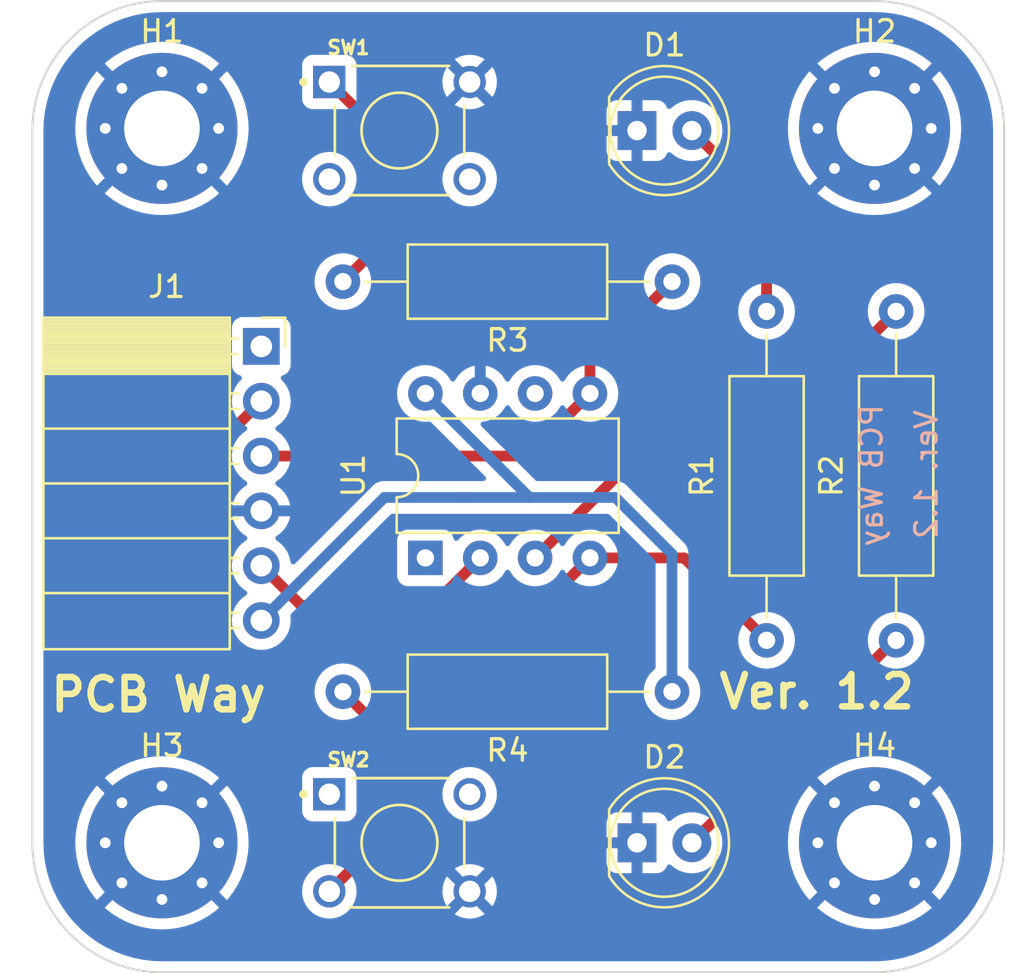
<source format=kicad_pcb>
(kicad_pcb (version 20211014) (generator pcbnew)
  (layers (0 "F.Cu" signal) (31 "B.Cu" signal) (34 "B.Paste" user) (35 "F.Paste" user) (36 "B.SilkS" user "B.Silkscreen") (37 "F.SilkS" user "F.Silkscreen") (38 "B.Mask" user) (39 "F.Mask" user) (44 "Edge.Cuts" user))
  (net 0 "")
  (net 1 "VSS")
  (net 2 "Net-(D1-Pad2)")
  (net 3 "Net-(D2-Pad2)")
  (net 5 "GP1")
  (net 6 "GP0")
  (net 7 "VDD")
  (net 8 "GP3")
  (net 9 "GP2")
  (net 10 "Net-(R3-Pad2)")
  (net 11 "Net-(R4-Pad2)")
  (footprint "Button_Switch_THT:SW_1825910-6-4" (layer "F.Cu") (at 128 78)
    (fp_text reference "SW1" (at -2.3627 -3.844398) (layer "F.SilkS") (effects (font (size 0.630643 0.630643))))
    (fp_text value "SW_DPST_x2")
    (fp_line (start 2.3 2.995) (end -2.3 2.995) (layer "F.SilkS") (width 0.127))
    (fp_line (start 3 -1.15) (end 3 1.15) (layer "F.SilkS") (width 0.127))
    (fp_line (start -2.2 -2.995) (end 2.3 -2.995) (layer "F.SilkS") (width 0.127))
    (fp_line (start -2.995 -1.15) (end -2.995 1.15) (layer "F.SilkS") (width 0.127))
    (fp_circle (center 0 0) (end 1.755 0) (layer "F.SilkS") (width 0.127) (fill none))
    (fp_circle (center -4.445 -2.25) (end -4.345 -2.25) (layer "F.SilkS") (width 0.2) (fill none))
    (pad "1" thru_hole rect locked (at -3.25 -2.25) (size 1.498 1.498) (drill 0.99) (layers *.Cu *.Mask) (net 10 "Net-(R3-Pad2)"))
    (pad "2" thru_hole circle locked (at 3.25 -2.25) (size 1.498 1.498) (drill 0.99) (layers *.Cu *.Mask) (net 1 "VSS"))
    (pad "3" thru_hole circle locked (at -3.25 2.25) (size 1.498 1.498) (drill 0.99) (layers *.Cu *.Mask))
    (pad "4" thru_hole circle locked (at 3.25 2.25) (size 1.498 1.498) (drill 0.99) (layers *.Cu *.Mask))
  )
  (footprint "MountingHole:MountingHole_3.5mm_Pad_Via" (layer "F.Cu") (at 117 111)
    (fp_text reference "H3" (at 0 -4.5) (layer "F.SilkS"))
    (fp_text value "MountingHole_Pad")
    (pad "1" thru_hole circle (at 1.856155 1.856155) (size 0.8 0.8) (drill 0.5) (layers *.Cu *.Mask) (net 1 "VSS"))
    (pad "1" thru_hole circle (at 0 0) (size 7 7) (drill 3.5) (layers *.Cu *.Mask) (net 1 "VSS"))
    (pad "1" thru_hole circle (at 1.856155 -1.856155) (size 0.8 0.8) (drill 0.5) (layers *.Cu *.Mask) (net 1 "VSS"))
    (pad "1" thru_hole circle (at -2.625 0) (size 0.8 0.8) (drill 0.5) (layers *.Cu *.Mask) (net 1 "VSS"))
    (pad "1" thru_hole circle (at -1.856155 1.856155) (size 0.8 0.8) (drill 0.5) (layers *.Cu *.Mask) (net 1 "VSS"))
    (pad "1" thru_hole circle (at 2.625 0) (size 0.8 0.8) (drill 0.5) (layers *.Cu *.Mask) (net 1 "VSS"))
    (pad "1" thru_hole circle (at -1.856155 -1.856155) (size 0.8 0.8) (drill 0.5) (layers *.Cu *.Mask) (net 1 "VSS"))
    (pad "1" thru_hole circle (at 0 -2.625) (size 0.8 0.8) (drill 0.5) (layers *.Cu *.Mask) (net 1 "VSS"))
    (pad "1" thru_hole circle (at 0 2.625) (size 0.8 0.8) (drill 0.5) (layers *.Cu *.Mask) (net 1 "VSS"))
  )
  (footprint "Button_Switch_THT:SW_1825910-6-4" (layer "F.Cu") (at 128 111)
    (fp_text reference "SW2" (at -2.3627 -3.844398) (layer "F.SilkS") (effects (font (size 0.630643 0.630643))))
    (fp_text value "SW_DPST_x2")
    (fp_line (start -2.2 -2.995) (end 2.3 -2.995) (layer "F.SilkS") (width 0.127))
    (fp_line (start -2.995 -1.15) (end -2.995 1.15) (layer "F.SilkS") (width 0.127))
    (fp_line (start 2.3 2.995) (end -2.3 2.995) (layer "F.SilkS") (width 0.127))
    (fp_line (start 3 -1.15) (end 3 1.15) (layer "F.SilkS") (width 0.127))
    (fp_circle (center -4.445 -2.25) (end -4.345 -2.25) (layer "F.SilkS") (width 0.2) (fill none))
    (fp_circle (center 0 0) (end 1.755 0) (layer "F.SilkS") (width 0.127) (fill none))
    (pad "1" thru_hole rect locked (at -3.25 -2.25) (size 1.498 1.498) (drill 0.99) (layers *.Cu *.Mask))
    (pad "2" thru_hole circle locked (at 3.25 -2.25) (size 1.498 1.498) (drill 0.99) (layers *.Cu *.Mask))
    (pad "3" thru_hole circle locked (at -3.25 2.25) (size 1.498 1.498) (drill 0.99) (layers *.Cu *.Mask) (net 11 "Net-(R4-Pad2)"))
    (pad "4" thru_hole circle locked (at 3.25 2.25) (size 1.498 1.498) (drill 0.99) (layers *.Cu *.Mask) (net 1 "VSS"))
  )
  (footprint "Package_DIP:DIP-8_W7.62mm" (layer "F.Cu") (at 129.2 97.8 90)
    (fp_text reference "U1" (at 3.81 -3.33 90) (layer "F.SilkS"))
    (fp_text value "PIC10F200-IP")
    (fp_line (start 6.46 -1.33) (end 4.81 -1.33) (layer "F.SilkS") (width 0.12))
    (fp_line (start 2.81 -1.33) (end 1.16 -1.33) (layer "F.SilkS") (width 0.12))
    (fp_line (start 1.16 -1.33) (end 1.16 8.95) (layer "F.SilkS") (width 0.12))
    (fp_line (start 1.16 8.95) (end 6.46 8.95) (layer "F.SilkS") (width 0.12))
    (fp_line (start 6.46 8.95) (end 6.46 -1.33) (layer "F.SilkS") (width 0.12))
    (fp_arc (start 4.81 -1.33) (mid 3.81 -0.33) (end 2.81 -1.33) (layer "F.SilkS") (width 0.12))
    (pad "1" thru_hole rect (at 0 0 90) (size 1.6 1.6) (drill 0.8) (layers *.Cu *.Mask))
    (pad "2" thru_hole oval (at 0 2.54 90) (size 1.6 1.6) (drill 0.8) (layers *.Cu *.Mask) (net 7 "VDD"))
    (pad "3" thru_hole oval (at 0 5.08 90) (size 1.6 1.6) (drill 0.8) (layers *.Cu *.Mask) (net 9 "GP2"))
    (pad "4" thru_hole oval (at 0 7.62 90) (size 1.6 1.6) (drill 0.8) (layers *.Cu *.Mask) (net 5 "GP1"))
    (pad "5" thru_hole oval (at 7.62 7.62 90) (size 1.6 1.6) (drill 0.8) (layers *.Cu *.Mask) (net 6 "GP0"))
    (pad "6" thru_hole oval (at 7.62 5.08 90) (size 1.6 1.6) (drill 0.8) (layers *.Cu *.Mask))
    (pad "7" thru_hole oval (at 7.62 2.54 90) (size 1.6 1.6) (drill 0.8) (layers *.Cu *.Mask) (net 1 "VSS"))
    (pad "8" thru_hole oval (at 7.62 0 90) (size 1.6 1.6) (drill 0.8) (layers *.Cu *.Mask) (net 8 "GP3"))
  )
  (footprint "Resistor_THT:R_Axial_DIN0309_L9.0mm_D3.2mm_P15.24mm_Horizontal" (layer "F.Cu") (at 145 101.62 90)
    (fp_text reference "R1" (at 7.62 -3 90) (layer "F.SilkS"))
    (fp_text value "1k")
    (fp_line (start 3 1.72) (end 12.24 1.72) (layer "F.SilkS") (width 0.12))
    (fp_line (start 12.24 1.72) (end 12.24 -1.72) (layer "F.SilkS") (width 0.12))
    (fp_line (start 1.04 0) (end 3 0) (layer "F.SilkS") (width 0.12))
    (fp_line (start 14.2 0) (end 12.24 0) (layer "F.SilkS") (width 0.12))
    (fp_line (start 3 -1.72) (end 3 1.72) (layer "F.SilkS") (width 0.12))
    (fp_line (start 12.24 -1.72) (end 3 -1.72) (layer "F.SilkS") (width 0.12))
    (pad "1" thru_hole circle (at 0 0 90) (size 1.6 1.6) (drill 0.8) (layers *.Cu *.Mask) (net 5 "GP1"))
    (pad "2" thru_hole oval (at 15.24 0 90) (size 1.6 1.6) (drill 0.8) (layers *.Cu *.Mask) (net 2 "Net-(D1-Pad2)"))
  )
  (footprint "Resistor_THT:R_Axial_DIN0309_L9.0mm_D3.2mm_P15.24mm_Horizontal" (layer "F.Cu") (at 140.62 104 180)
    (fp_text reference "R4" (at 7.62 -2.72) (layer "F.SilkS"))
    (fp_text value "1k")
    (fp_line (start 3 1.72) (end 12.24 1.72) (layer "F.SilkS") (width 0.12))
    (fp_line (start 12.24 1.72) (end 12.24 -1.72) (layer "F.SilkS") (width 0.12))
    (fp_line (start 12.24 -1.72) (end 3 -1.72) (layer "F.SilkS") (width 0.12))
    (fp_line (start 1.04 0) (end 3 0) (layer "F.SilkS") (width 0.12))
    (fp_line (start 3 -1.72) (end 3 1.72) (layer "F.SilkS") (width 0.12))
    (fp_line (start 14.2 0) (end 12.24 0) (layer "F.SilkS") (width 0.12))
    (pad "1" thru_hole circle (at 0 0 180) (size 1.6 1.6) (drill 0.8) (layers *.Cu *.Mask) (net 8 "GP3"))
    (pad "2" thru_hole oval (at 15.24 0 180) (size 1.6 1.6) (drill 0.8) (layers *.Cu *.Mask) (net 11 "Net-(R4-Pad2)"))
  )
  (footprint "MountingHole:MountingHole_3.5mm_Pad_Via" (layer "F.Cu") (at 117 77.9)
    (fp_text reference "H1" (at 0 -4.5) (layer "F.SilkS"))
    (fp_text value "MountingHole_Pad")
    (pad "1" thru_hole circle (at 0 2.625) (size 0.8 0.8) (drill 0.5) (layers *.Cu *.Mask) (net 1 "VSS"))
    (pad "1" thru_hole circle (at 0 0) (size 7 7) (drill 3.5) (layers *.Cu *.Mask) (net 1 "VSS"))
    (pad "1" thru_hole circle (at -2.625 0) (size 0.8 0.8) (drill 0.5) (layers *.Cu *.Mask) (net 1 "VSS"))
    (pad "1" thru_hole circle (at 1.856155 -1.856155) (size 0.8 0.8) (drill 0.5) (layers *.Cu *.Mask) (net 1 "VSS"))
    (pad "1" thru_hole circle (at 2.625 0) (size 0.8 0.8) (drill 0.5) (layers *.Cu *.Mask) (net 1 "VSS"))
    (pad "1" thru_hole circle (at -1.856155 -1.856155) (size 0.8 0.8) (drill 0.5) (layers *.Cu *.Mask) (net 1 "VSS"))
    (pad "1" thru_hole circle (at 1.856155 1.856155) (size 0.8 0.8) (drill 0.5) (layers *.Cu *.Mask) (net 1 "VSS"))
    (pad "1" thru_hole circle (at -1.856155 1.856155) (size 0.8 0.8) (drill 0.5) (layers *.Cu *.Mask) (net 1 "VSS"))
    (pad "1" thru_hole circle (at 0 -2.625) (size 0.8 0.8) (drill 0.5) (layers *.Cu *.Mask) (net 1 "VSS"))
  )
  (footprint "Resistor_THT:R_Axial_DIN0309_L9.0mm_D3.2mm_P15.24mm_Horizontal" (layer "F.Cu") (at 140.62 85 180)
    (fp_text reference "R3" (at 7.62 -2.72 180) (layer "F.SilkS"))
    (fp_text value "1k")
    (fp_line (start 1.04 0) (end 3 0) (layer "F.SilkS") (width 0.12))
    (fp_line (start 14.2 0) (end 12.24 0) (layer "F.SilkS") (width 0.12))
    (fp_line (start 12.24 1.72) (end 12.24 -1.72) (layer "F.SilkS") (width 0.12))
    (fp_line (start 3 -1.72) (end 3 1.72) (layer "F.SilkS") (width 0.12))
    (fp_line (start 3 1.72) (end 12.24 1.72) (layer "F.SilkS") (width 0.12))
    (fp_line (start 12.24 -1.72) (end 3 -1.72) (layer "F.SilkS") (width 0.12))
    (pad "1" thru_hole circle (at 0 0 180) (size 1.6 1.6) (drill 0.8) (layers *.Cu *.Mask) (net 6 "GP0"))
    (pad "2" thru_hole oval (at 15.24 0 180) (size 1.6 1.6) (drill 0.8) (layers *.Cu *.Mask) (net 10 "Net-(R3-Pad2)"))
  )
  (footprint "LED_THT:LED_D5.0mm" (layer "F.Cu") (at 139 78)
    (fp_text reference "D1" (at 1.27 -3.96) (layer "F.SilkS"))
    (fp_text value "LED")
    (fp_line (start -1.29 -1.545) (end -1.29 1.545) (layer "F.SilkS") (width 0.12))
    (fp_arc (start -1.29 -1.54483) (mid 2.072002 -2.880433) (end 4.26 0.000462) (layer "F.SilkS") (width 0.12))
    (fp_arc (start 4.26 -0.000462) (mid 2.072002 2.880433) (end -1.29 1.54483) (layer "F.SilkS") (width 0.12))
    (fp_circle (center 1.27 0) (end 3.77 0) (layer "F.SilkS") (width 0.12) (fill none))
    (pad "1" thru_hole rect (at 0 0) (size 1.8 1.8) (drill 0.9) (layers *.Cu *.Mask) (net 1 "VSS"))
    (pad "2" thru_hole circle (at 2.54 0) (size 1.8 1.8) (drill 0.9) (layers *.Cu *.Mask) (net 2 "Net-(D1-Pad2)"))
  )
  (footprint "Connector_PinSocket_2.54mm:PinSocket_1x06_P2.54mm_Horizontal" (layer "F.Cu") (at 121.6 88)
    (fp_text reference "J1" (at -4.38 -2.77) (layer "F.SilkS"))
    (fp_text value "Conn_01x06_Female")
    (fp_line (start -10.09 6.35) (end -1.46 6.35) (layer "F.SilkS") (width 0.12))
    (fp_line (start -10.09 -0.619525) (end -1.46 -0.619525) (layer "F.SilkS") (width 0.12))
    (fp_line (start -1.46 -0.36) (end -1.11 -0.36) (layer "F.SilkS") (width 0.12))
    (fp_line (start -10.09 -0.02905) (end -1.46 -0.02905) (layer "F.SilkS") (width 0.12))
    (fp_line (start -1.46 13.06) (end -1.05 13.06) (layer "F.SilkS") (width 0.12))
    (fp_line (start -10.09 -0.855715) (end -1.46 -0.855715) (layer "F.SilkS") (width 0.12))
    (fp_line (start -10.09 0.91571) (end -1.46 0.91571) (layer "F.SilkS") (width 0.12))
    (fp_line (start -1.46 10.52) (end -1.05 10.52) (layer "F.SilkS") (width 0.12))
    (fp_line (start -1.46 7.98) (end -1.05 7.98) (layer "F.SilkS") (width 0.12))
    (fp_line (start -10.09 14.03) (end -1.46 14.03) (layer "F.SilkS") (width 0.12))
    (fp_line (start -10.09 0.20714) (end -1.46 0.20714) (layer "F.SilkS") (width 0.12))
    (fp_line (start -1.46 12.34) (end -1.05 12.34) (layer "F.SilkS") (width 0.12))
    (fp_line (start 0 -1.33) (end 1.11 -1.33) (layer "F.SilkS") (width 0.12))
    (fp_line (start -10.09 3.81) (end -1.46 3.81) (layer "F.SilkS") (width 0.12))
    (fp_line (start -10.09 -1.33) (end -10.09 14.03) (layer "F.SilkS") (width 0.12))
    (fp_line (start -1.46 2.9) (end -1.05 2.9) (layer "F.SilkS") (width 0.12))
    (fp_line (start -1.46 7.26) (end -1.05 7.26) (layer "F.SilkS") (width 0.12))
    (fp_line (start -10.09 1.1519) (end -1.46 1.1519) (layer "F.SilkS") (width 0.12))
    (fp_line (start -10.09 1.033805) (end -1.46 1.033805) (layer "F.SilkS") (width 0.12))
    (fp_line (start -10.09 1.27) (end -1.46 1.27) (layer "F.SilkS") (width 0.12))
    (fp_line (start -10.09 -0.97381) (end -1.46 -0.97381) (layer "F.SilkS") (width 0.12))
    (fp_line (start -10.09 -0.26524) (end -1.46 -0.26524) (layer "F.SilkS") (width 0.12))
    (fp_line (start 1.11 -1.33) (end 1.11 0) (layer "F.SilkS") (width 0.12))
    (fp_line (start -1.46 4.72) (end -1.05 4.72) (layer "F.SilkS") (width 0.12))
    (fp_line (start -10.09 0.561425) (end -1.46 0.561425) (layer "F.SilkS") (width 0.12))
    (fp_line (start -10.09 -1.091905) (end -1.46 -1.091905) (layer "F.SilkS") (width 0.12))
    (fp_line (start -10.09 -0.383335) (end -1.46 -0.383335) (layer "F.SilkS") (width 0.12))
    (fp_line (start -10.09 0.67952) (end -1.46 0.67952) (layer "F.SilkS") (width 0.12))
    (fp_line (start -10.09 -0.73762) (end -1.46 -0.73762) (layer "F.SilkS") (width 0.12))
    (fp_line (start -10.09 11.43) (end -1.46 11.43) (layer "F.SilkS") (width 0.12))
    (fp_line (start -1.46 2.18) (end -1.05 2.18) (layer "F.SilkS") (width 0.12))
    (fp_line (start -1.46 0.36) (end -1.11 0.36) (layer "F.SilkS") (width 0.12))
    (fp_line (start -10.09 -0.50143) (end -1.46 -0.50143) (layer "F.SilkS") (width 0.12))
    (fp_line (start -1.46 9.8) (end -1.05 9.8) (layer "F.SilkS") (width 0.12))
    (fp_line (start -10.09 -1.33) (end -1.46 -1.33) (layer "F.SilkS") (width 0.12))
    (fp_line (start -10.09 -0.147145) (end -1.46 -0.147145) (layer "F.SilkS") (width 0.12))
    (fp_line (start -10.09 0.44333) (end -1.46 0.44333) (layer "F.SilkS") (width 0.12))
    (fp_line (start -10.09 0.325235) (end -1.46 0.325235) (layer "F.SilkS") (width 0.12))
    (fp_line (start -1.46 5.44) (end -1.05 5.44) (layer "F.SilkS") (width 0.12))
    (fp_line (start -10.09 8.89) (end -1.46 8.89) (layer "F.SilkS") (width 0.12))
    (fp_line (start -1.46 -1.33) (end -1.46 14.03) (layer "F.SilkS") (width 0.12))
    (fp_line (start -10.09 0.089045) (end -1.46 0.089045) (layer "F.SilkS") (width 0.12))
    (fp_line (start -10.09 0.797615) (end -1.46 0.797615) (layer "F.SilkS") (width 0.12))
    (fp_line (start -10.09 -1.21) (end -1.46 -1.21) (layer "F.SilkS") (width 0.12))
    (pad "1" thru_hole rect (at 0 0) (size 1.7 1.7) (drill 1) (layers *.Cu *.Mask))
    (pad "2" thru_hole oval (at 0 2.54) (size 1.7 1.7) (drill 1) (layers *.Cu *.Mask) (net 5 "GP1"))
    (pad "3" thru_hole oval (at 0 5.08) (size 1.7 1.7) (drill 1) (layers *.Cu *.Mask) (net 6 "GP0"))
    (pad "4" thru_hole oval (at 0 7.62) (size 1.7 1.7) (drill 1) (layers *.Cu *.Mask) (net 1 "VSS"))
    (pad "5" thru_hole oval (at 0 10.16) (size 1.7 1.7) (drill 1) (layers *.Cu *.Mask) (net 7 "VDD"))
    (pad "6" thru_hole oval (at 0 12.7) (size 1.7 1.7) (drill 1) (layers *.Cu *.Mask) (net 8 "GP3"))
  )
  (footprint "MountingHole:MountingHole_3.5mm_Pad_Via" (layer "F.Cu") (at 150 111)
    (fp_text reference "H4" (at 0 -4.5) (layer "F.SilkS"))
    (fp_text value "MountingHole_Pad")
    (pad "1" thru_hole circle (at -1.856155 -1.856155) (size 0.8 0.8) (drill 0.5) (layers *.Cu *.Mask) (net 1 "VSS"))
    (pad "1" thru_hole circle (at 2.625 0) (size 0.8 0.8) (drill 0.5) (layers *.Cu *.Mask) (net 1 "VSS"))
    (pad "1" thru_hole circle (at 0 2.625) (size 0.8 0.8) (drill 0.5) (layers *.Cu *.Mask) (net 1 "VSS"))
    (pad "1" thru_hole circle (at 1.856155 -1.856155) (size 0.8 0.8) (drill 0.5) (layers *.Cu *.Mask) (net 1 "VSS"))
    (pad "1" thru_hole circle (at -1.856155 1.856155) (size 0.8 0.8) (drill 0.5) (layers *.Cu *.Mask) (net 1 "VSS"))
    (pad "1" thru_hole circle (at -2.625 0) (size 0.8 0.8) (drill 0.5) (layers *.Cu *.Mask) (net 1 "VSS"))
    (pad "1" thru_hole circle (at 1.856155 1.856155) (size 0.8 0.8) (drill 0.5) (layers *.Cu *.Mask) (net 1 "VSS"))
    (pad "1" thru_hole circle (at 0 0) (size 7 7) (drill 3.5) (layers *.Cu *.Mask) (net 1 "VSS"))
    (pad "1" thru_hole circle (at 0 -2.625) (size 0.8 0.8) (drill 0.5) (layers *.Cu *.Mask) (net 1 "VSS"))
  )
  (footprint "MountingHole:MountingHole_3.5mm_Pad_Via" (layer "F.Cu") (at 150 77.9)
    (fp_text reference "H2" (at 0 -4.5) (layer "F.SilkS"))
    (fp_text value "MountingHole_Pad")
    (pad "1" thru_hole circle (at 1.856155 1.856155) (size 0.8 0.8) (drill 0.5) (layers *.Cu *.Mask) (net 1 "VSS"))
    (pad "1" thru_hole circle (at 0 2.625) (size 0.8 0.8) (drill 0.5) (layers *.Cu *.Mask) (net 1 "VSS"))
    (pad "1" thru_hole circle (at -2.625 0) (size 0.8 0.8) (drill 0.5) (layers *.Cu *.Mask) (net 1 "VSS"))
    (pad "1" thru_hole circle (at -1.856155 1.856155) (size 0.8 0.8) (drill 0.5) (layers *.Cu *.Mask) (net 1 "VSS"))
    (pad "1" thru_hole circle (at 2.625 0) (size 0.8 0.8) (drill 0.5) (layers *.Cu *.Mask) (net 1 "VSS"))
    (pad "1" thru_hole circle (at -1.856155 -1.856155) (size 0.8 0.8) (drill 0.5) (layers *.Cu *.Mask) (net 1 "VSS"))
    (pad "1" thru_hole circle (at 0 0) (size 7 7) (drill 3.5) (layers *.Cu *.Mask) (net 1 "VSS"))
    (pad "1" thru_hole circle (at 0 -2.625) (size 0.8 0.8) (drill 0.5) (layers *.Cu *.Mask) (net 1 "VSS"))
    (pad "1" thru_hole circle (at 1.856155 -1.856155) (size 0.8 0.8) (drill 0.5) (layers *.Cu *.Mask) (net 1 "VSS"))
  )
  (footprint "LED_THT:LED_D5.0mm" (layer "F.Cu") (at 139 111)
    (fp_text reference "D2" (at 1.27 -3.96) (layer "F.SilkS"))
    (fp_text value "LED")
    (fp_line (start -1.29 -1.545) (end -1.29 1.545) (layer "F.SilkS") (width 0.12))
    (fp_arc (start -1.29 -1.54483) (mid 2.072002 -2.880433) (end 4.26 0.000462) (layer "F.SilkS") (width 0.12))
    (fp_arc (start 4.26 -0.000462) (mid 2.072002 2.880433) (end -1.29 1.54483) (layer "F.SilkS") (width 0.12))
    (fp_circle (center 1.27 0) (end 3.77 0) (layer "F.SilkS") (width 0.12) (fill none))
    (pad "1" thru_hole rect (at 0 0) (size 1.8 1.8) (drill 0.9) (layers *.Cu *.Mask) (net 1 "VSS"))
    (pad "2" thru_hole circle (at 2.54 0) (size 1.8 1.8) (drill 0.9) (layers *.Cu *.Mask) (net 3 "Net-(D2-Pad2)"))
  )
  (footprint "Resistor_THT:R_Axial_DIN0309_L9.0mm_D3.2mm_P15.24mm_Horizontal" (layer "F.Cu") (at 151 86.38 -90)
    (fp_text reference "R2" (at 7.62 3 90) (layer "F.SilkS"))
    (fp_text value "1k")
    (fp_line (start 3 -1.72) (end 3 1.72) (layer "F.SilkS") (width 0.12))
    (fp_line (start 12.24 1.72) (end 12.24 -1.72) (layer "F.SilkS") (width 0.12))
    (fp_line (start 12.24 -1.72) (end 3 -1.72) (layer "F.SilkS") (width 0.12))
    (fp_line (start 3 1.72) (end 12.24 1.72) (layer "F.SilkS") (width 0.12))
    (fp_line (start 14.2 0) (end 12.24 0) (layer "F.SilkS") (width 0.12))
    (fp_line (start 1.04 0) (end 3 0) (layer "F.SilkS") (width 0.12))
    (pad "1" thru_hole circle (at 0 0 270) (size 1.6 1.6) (drill 0.8) (layers *.Cu *.Mask) (net 9 "GP2"))
    (pad "2" thru_hole oval (at 15.24 0 270) (size 1.6 1.6) (drill 0.8) (layers *.Cu *.Mask) (net 3 "Net-(D2-Pad2)"))
  )
  (gr_arc (start 117 117) (mid 112.757359 115.242641) (end 111 111) (layer "Edge.Cuts") (width 0.1))
  (gr_arc (start 150 72) (mid 154.242641 73.757359) (end 156 78) (layer "Edge.Cuts") (width 0.1))
  (gr_line (start 150 117) (end 117 117) (layer "Edge.Cuts") (width 0.1))
  (gr_arc (start 156 111) (mid 154.242641 115.242641) (end 150 117) (layer "Edge.Cuts") (width 0.1))
  (gr_arc (start 111 78) (mid 112.757359 73.757359) (end 117 72) (layer "Edge.Cuts") (width 0.1))
  (gr_line (start 117 72) (end 150 72) (layer "Edge.Cuts") (width 0.1))
  (gr_line (start 111 111) (end 111 78) (layer "Edge.Cuts") (width 0.1))
  (gr_line (start 156 78) (end 156 111) (layer "Edge.Cuts") (width 0.1))
  (gr_text "Ver. 1.2" (at 152.4 93.940225 90) (layer "B.SilkS") (effects (font (size 1 1)) (justify mirror)))
  (gr_text "PCB Way" (at 149.86 93.98 90) (layer "B.SilkS") (effects (font (size 1 1)) (justify mirror)))
  (gr_text "PCB Way" (at 116.84 104.14) (layer "F.SilkS") (effects (font (size 1.5 1.5) (thickness 0.3))))
  (gr_text "Ver. 1.2" (at 147.32 104) (layer "F.SilkS") (effects (font (size 1.5 1.5) (thickness 0.3))))
  (segment (start 145 86.38) (end 145 81.46) (width 0.5) (layer "F.Cu") (net 2))
  (segment (start 145 81.46) (end 141.54 78) (width 0.5) (layer "F.Cu") (net 2))
  (segment (start 150.92 101.62) (end 151 101.62) (width 0.5) (layer "F.Cu") (net 3))
  (segment (start 141.54 111) (end 150.92 101.62) (width 0.5) (layer "F.Cu") (net 3))
  (segment (start 121 104) (end 122 104) (width 0.5) (layer "F.Cu") (net 5))
  (segment (start 132.62 102) (end 136.82 97.8) (width 0.5) (layer "F.Cu") (net 5))
  (segment (start 119 93.14) (end 119 102) (width 0.5) (layer "F.Cu") (net 5))
  (segment (start 119 102) (end 121 104) (width 0.5) (layer "F.Cu") (net 5))
  (segment (start 121.6 90.54) (end 119 93.14) (width 0.5) (layer "F.Cu") (net 5))
  (segment (start 136.82 97.8) (end 141.18 97.8) (width 0.5) (layer "F.Cu") (net 5))
  (segment (start 141.18 97.8) (end 145 101.62) (width 0.5) (layer "F.Cu") (net 5))
  (segment (start 124 102) (end 132.62 102) (width 0.5) (layer "F.Cu") (net 5))
  (segment (start 122 104) (end 124 102) (width 0.5) (layer "F.Cu") (net 5))
  (segment (start 121.6 93.08) (end 133.92 93.08) (width 0.5) (layer "F.Cu") (net 6))
  (segment (start 136.82 90.18) (end 136.82 88.8) (width 0.5) (layer "F.Cu") (net 6))
  (segment (start 136.82 88.8) (end 140.62 85) (width 0.5) (layer "F.Cu") (net 6))
  (segment (start 133.92 93.08) (end 136.82 90.18) (width 0.5) (layer "F.Cu") (net 6))
  (segment (start 129.54 100) (end 123.44 100) (width 0.5) (layer "F.Cu") (net 7))
  (segment (start 123.44 100) (end 121.6 98.16) (width 0.5) (layer "F.Cu") (net 7))
  (segment (start 131.74 97.8) (end 129.54 100) (width 0.5) (layer "F.Cu") (net 7))
  (segment (start 138 95) (end 134 95) (width 0.5) (layer "B.Cu") (net 8))
  (segment (start 121.6 100.7) (end 121.6 100.4) (width 0.5) (layer "B.Cu") (net 8))
  (segment (start 140.62 97.62) (end 138 95) (width 0.5) (layer "B.Cu") (net 8))
  (segment (start 140.62 104) (end 140.62 97.62) (width 0.5) (layer "B.Cu") (net 8))
  (segment (start 127.3 95) (end 131 95) (width 0.5) (layer "B.Cu") (net 8))
  (segment (start 121.6 100.7) (end 127.3 95) (width 0.5) (layer "B.Cu") (net 8))
  (segment (start 129.2 90.18) (end 134 94.98) (width 0.5) (layer "B.Cu") (net 8))
  (segment (start 134 95) (end 131 95) (width 0.5) (layer "B.Cu") (net 8))
  (segment (start 134 94.98) (end 134 95) (width 0.5) (layer "B.Cu") (net 8))
  (segment (start 139.08 93) (end 144.38 93) (width 0.5) (layer "F.Cu") (net 9))
  (segment (start 144.38 93) (end 151 86.38) (width 0.5) (layer "F.Cu") (net 9))
  (segment (start 134.28 97.8) (end 139.08 93) (width 0.5) (layer "F.Cu") (net 9))
  (segment (start 127 78) (end 127 83.38) (width 0.5) (layer "F.Cu") (net 10))
  (segment (start 127 83.38) (end 125.38 85) (width 0.5) (layer "F.Cu") (net 10))
  (segment (start 124.75 75.75) (end 127 78) (width 0.5) (layer "F.Cu") (net 10))
  (segment (start 127 105.62) (end 127 111) (width 0.5) (layer "F.Cu") (net 11))
  (segment (start 127 111) (end 124.75 113.25) (width 0.5) (layer "F.Cu") (net 11))
  (segment (start 125.38 104) (end 127 105.62) (width 0.5) (layer "F.Cu") (net 11))
  (zone (net 1) (net_name "VSS") (layer "B.Cu") (connect_pads (clearance 0.508)) (min_thickness 0.254) (fill yes (thermal_gap 0.508) (thermal_bridge_width 0.508))
    (polygon (pts (xy 156 117) (xy 111 117) (xy 111 72) (xy 156 72)))
  )
)
</source>
